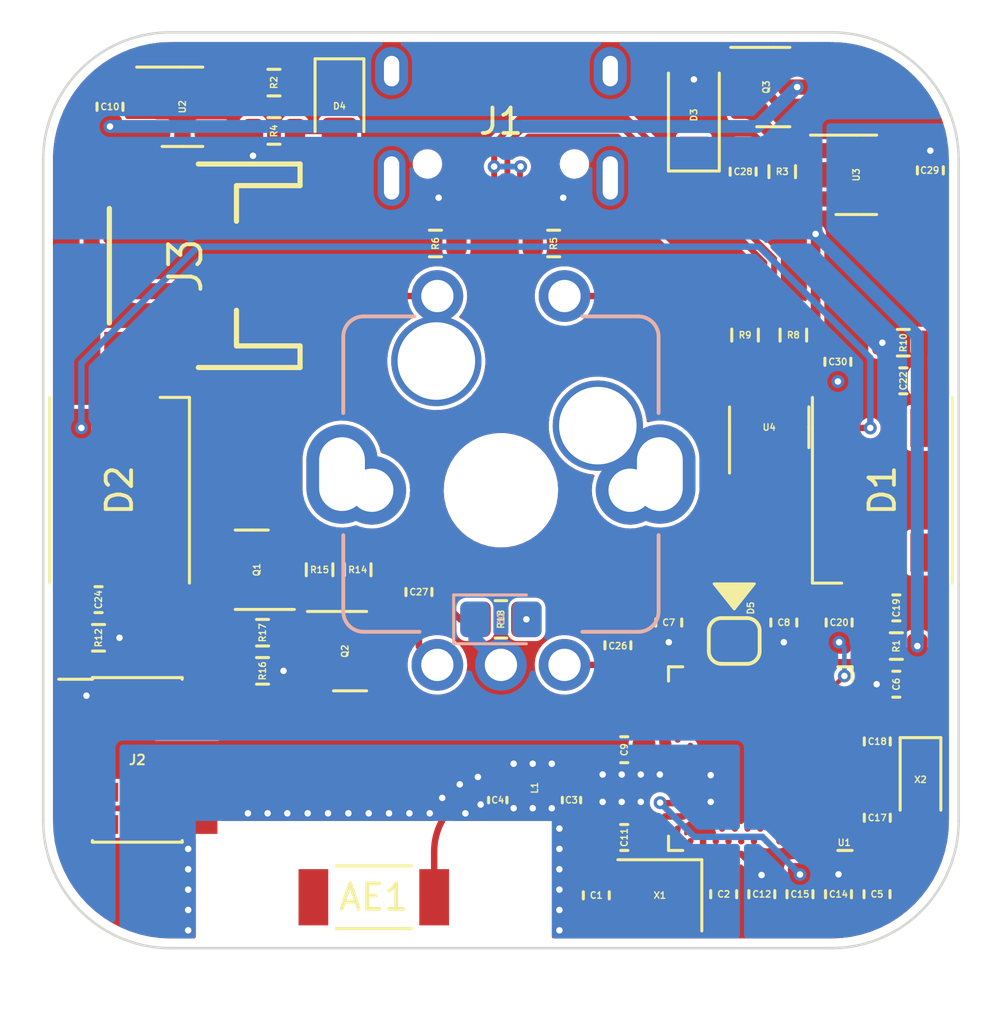
<source format=kicad_pcb>
(kicad_pcb (version 20211014) (generator pcbnew)
  (layers (0 "F.Cu" signal) (31 "B.Cu" signal) (34 "B.Paste" user) (35 "F.Paste" user) (36 "B.SilkS" user "B.Silkscreen") (37 "F.SilkS" user "F.Silkscreen") (38 "B.Mask" user) (39 "F.Mask" user) (44 "Edge.Cuts" user))
  (net 0 "")
  (net 1 "GND")
  (net 2 "Net-(C1-Pad2)")
  (net 3 "Net-(C2-Pad2)")
  (net 4 "/ANT")
  (net 5 "/DEC1")
  (net 6 "+3V3")
  (net 7 "/DEC5")
  (net 8 "/DEC3")
  (net 9 "/DEC4")
  (net 10 "/RESET")
  (net 11 "Net-(C17-Pad1)")
  (net 12 "VBUS")
  (net 13 "/DECUSB")
  (net 14 "E_A")
  (net 15 "E_B")
  (net 16 "ROW1")
  (net 17 "S2")
  (net 18 "Net-(C22-Pad1)")
  (net 19 "Net-(C18-Pad1)")
  (net 20 "Net-(C24-Pad1)")
  (net 21 "Net-(D1-Pad4)")
  (net 30 "Net-(D6-Pad2)")
  (net 36 "/SWDIO")
  (net 37 "/SWDCLK")
  (net 39 "/LED_3.3V")
  (net 41 "/RF")
  (net 42 "Net-(Q1-Pad1)")
  (net 43 "Net-(Q1-Pad3)")
  (net 44 "Net-(Q2-Pad1)")
  (net 45 "Net-(Q2-Pad3)")
  (net 47 "/BKLT")
  (net 48 "COL1")
  (net 49 "/LED_3V3")
  (net 51 "Net-(C19-Pad1)")
  (net 52 "Net-(J1-PadA5)")
  (net 53 "DBus+")
  (net 54 "DBus-")
  (net 56 "Net-(J1-PadB5)")
  (net 58 "Net-(R3-Pad2)")
  (net 59 "/DN")
  (net 60 "/DP")
  (net 62 "D-")
  (net 63 "D+")
  (net 67 "/DEC2")
  (net 98 "VBAT")
  (net 99 "Net-(C28-Pad1)")
  (net 100 "Net-(D4-Pad1)")
  (net 101 "Net-(D4-Pad2)")
  (net 102 "Net-(R2-Pad2)")
  (footprint "Crystal:Crystal_SMD_2012-2Pin_2.0x1.2mm_HandSoldering" (layer "F.Cu") (at 183.5 97.375 -90)
    (fp_text reference "X2")
    (fp_text value "32.768kHz")
  )
  (footprint "Package_DFN_QFN:Nordic_AQFN-73-1EP_7x7mm_P0.5mm" (layer "F.Cu") (at 177.2 96.55 180)
    (fp_text reference "U1")
    (fp_text value "nRF52840")
  )
  (footprint "Launchpad:2450AT42A100E" (layer "F.Cu") (at 162 102)
    (fp_text reference "AE1")
    (fp_text value "Antenna_Chip" hide)
  )
  (footprint "Capacitor_SMD:C_0603_1608Metric" (layer "F.Cu") (at 171.85 99.65 180)
    (fp_text reference "C11")
    (fp_text value "0.1nF")
  )
  (footprint "Resistor_SMD:R_0603_1608Metric" (layer "F.Cu") (at 159.8675 89.125 -90)
    (fp_text reference "R15")
    (fp_text value "10K")
  )
  (footprint "Launchpad:JSTPH2" (layer "F.Cu") (at 154.6 77.175 90)
    (fp_text reference "J3")
    (fp_text value "Conn_01x02" hide)
  )
  (footprint "acheron_Connectors:USB_C_Receptacle_Hroparts_TYPE-C-31-M-12" (layer "F.Cu") (at 167 75.2225 180)
    (fp_text reference "J1")
    (fp_text value "TYPE-C-31-M12")
  )
  (footprint "Resistor_SMD:R_0603_1608Metric" (layer "F.Cu") (at 161.3675 89.125 -90)
    (fp_text reference "R14")
    (fp_text value "100")
  )
  (footprint "Capacitor_SMD:C_0603_1608Metric" (layer "F.Cu") (at 181.79 101.88 -90)
    (fp_text reference "C5")
    (fp_text value "0.1uF")
  )
  (footprint "Resistor_SMD:R_0603_1608Metric" (layer "F.Cu") (at 169.075 76.3 180)
    (fp_text reference "R5")
    (fp_text value "5.1K")
  )
  (footprint "Capacitor_SMD:C_0603_1608Metric" (layer "F.Cu") (at 176.525 73.475 -90)
    (fp_text reference "C28")
    (fp_text value "10uF")
  )
  (footprint "Resistor_SMD:R_0603_1608Metric" (layer "F.Cu") (at 164.425 76.3)
    (fp_text reference "R6")
    (fp_text value "5.1K")
  )
  (footprint "Crystal:Crystal_SMD_2520-4Pin_2.5x2.0mm" (layer "F.Cu") (at 173.25 101.925 180)
    (fp_text reference "X1")
    (fp_text value "32MHz")
  )
  (footprint "Capacitor_SMD:C_0603_1608Metric" (layer "F.Cu") (at 151.175 90.3)
    (fp_text reference "C24")
    (fp_text value "0.1uF")
  )
  (footprint "Capacitor_SMD:C_0603_1608Metric" (layer "F.Cu") (at 182.55 93.625)
    (fp_text reference "C6")
    (fp_text value "4.7uF")
  )
  (footprint "Capacitor_SMD:C_0603_1608Metric" (layer "F.Cu") (at 163.775 90 -90)
    (fp_text reference "C27")
    (fp_text value "0.1uF")
  )
  (footprint "Capacitor_SMD:C_0603_1608Metric" (layer "F.Cu") (at 171.85 96.2 180)
    (fp_text reference "C9")
    (fp_text value "820pF")
  )
  (footprint "Capacitor_SMD:C_0603_1608Metric" (layer "F.Cu") (at 181.8 95.875 90)
    (fp_text reference "C18")
    (fp_text value "12pF")
  )
  (footprint "Capacitor_SMD:C_0603_1608Metric" (layer "F.Cu") (at 180.25 80.95 -90)
    (fp_text reference "C30")
    (fp_text value "0.1uF")
  )
  (footprint "Capacitor_SMD:C_0603_1608Metric" (layer "F.Cu") (at 182.55 90.625)
    (fp_text reference "C19")
    (fp_text value "4.7uF")
  )
  (footprint "Package_TO_SOT_SMD:SOT-23-5" (layer "F.Cu") (at 180.975 73.6)
    (fp_text reference "U3")
    (fp_text value "AP2112")
  )
  (footprint "Capacitor_SMD:C_0603_1608Metric" (layer "F.Cu") (at 151.625 70.925 90)
    (fp_text reference "C10")
    (fp_text value "10uF")
  )
  (footprint "Package_TO_SOT_SMD:SOT-23" (layer "F.Cu") (at 177.7125 70.15)
    (fp_text reference "Q3")
    (fp_text value "AO3401A")
  )
  (footprint "Inductor_SMD:L_0402_1005Metric" (layer "F.Cu") (at 168.325 97.7 180)
    (fp_text reference "L1")
    (fp_text value "4.7nH")
  )
  (footprint "Capacitor_SMD:C_0603_1608Metric" (layer "F.Cu") (at 178.125 91.2 90)
    (fp_text reference "C8")
    (fp_text value "0.1uF")
  )
  (footprint "Capacitor_SMD:C_0603_1608Metric" (layer "F.Cu") (at 173.6 91.2 90)
    (fp_text reference "C7")
    (fp_text value "0.1uF")
  )
  (footprint "Capacitor_SMD:C_0603_1608Metric" (layer "F.Cu") (at 181.8 98.875 -90)
    (fp_text reference "C17")
    (fp_text value "12pF")
  )
  (footprint "Launchpad:ALPS_EC11E" (layer "F.Cu") (at 167 85.365)
    (fp_text reference "SW2" hide)
    (fp_text value "RotaryEncoder_Switch")
  )
  (footprint "Package_TO_SOT_SMD:SOT-23" (layer "F.Cu") (at 161.0675 92.325)
    (fp_text reference "Q2")
    (fp_text value "AO3401A")
  )
  (footprint "Resistor_SMD:R_0805_2012Metric_Pad1.20x1.40mm_HandSolder" (layer "F.Cu") (at 167 91.075)
    (fp_text reference "R18")
    (fp_text value "1K")
  )
  (footprint "Resistor_SMD:R_0603_1608Metric" (layer "F.Cu") (at 182.825 80.2 180)
    (fp_text reference "R10")
    (fp_text value "5.1R")
  )
  (footprint "LED_SMD:LED_0805_2012Metric_Pad1.15x1.40mm_HandSolder" (layer "F.Cu") (at 160.65 70.9 -90)
    (fp_text reference "D4")
    (fp_text value "Orange")
  )
  (footprint "acheron_Components:D_SOD-123" (layer "F.Cu") (at 176.175 90.275 90)
    (fp_text reference "D5")
    (fp_text value "D_Small")
  )
  (footprint "LED_SMD:LED_SK6812_PLCC4_5.0x5.0mm_P3.2mm" (layer "F.Cu") (at 182 86 -90)
    (fp_text reference "D1")
    (fp_text value "SK6812")
  )
  (footprint "Package_TO_SOT_SMD:SOT-23" (layer "F.Cu") (at 157.2 89.125 180)
    (fp_text reference "Q1")
    (fp_text value "2N7002")
  )
  (footprint "Resistor_SMD:R_0603_1608Metric" (layer "F.Cu") (at 178.0625 73.475 -90)
    (fp_text reference "R3")
    (fp_text value "100K")
  )
  (footprint "Capacitor_SMD:C_0603_1608Metric" (layer "F.Cu") (at 175.76 101.88 90)
    (fp_text reference "C2")
    (fp_text value "12pF")
  )
  (footprint "Capacitor_SMD:C_0402_1005Metric" (layer "F.Cu") (at 166.875 98.18 -90)
    (fp_text reference "C4")
    (fp_text value "0.5pF")
  )
  (footprint "Diode_SMD:D_SOD-123F" (layer "F.Cu") (at 174.5875 71.25 90)
    (fp_text reference "D3")
    (fp_text value "D_Schottky_Small")
  )
  (footprint "Package_TO_SOT_SMD:SOT-23-5" (layer "F.Cu") (at 154.475 70.925)
    (fp_text reference "U2")
    (fp_text value "MCP73831-2-OT")
  )
  (footprint "Connector_PinHeader_1.27mm:PinHeader_2x05_P1.27mm_Vertical_SMD" (layer "F.Cu") (at 152.7 96.6)
    (fp_text reference "J2")
    (fp_text value "Conn_02x05_Odd_Even")
  )
  (footprint "Resistor_SMD:R_0603_1608Metric" (layer "F.Cu") (at 182.55 92.125 180)
    (fp_text reference "R1")
    (fp_text value "2.2")
  )
  (footprint "Capacitor_SMD:C_0603_1608Metric" (layer "F.Cu") (at 180.3 91.2 90)
    (fp_text reference "C20")
    (fp_text value "4.7uF")
  )
  (footprint "Resistor_SMD:R_0603_1608Metric" (layer "F.Cu") (at 157.625 93.1)
    (fp_text reference "R16")
    (fp_text value "10K")
  )
  (footprint "Capacitor_SMD:C_0603_1608Metric" (layer "F.Cu") (at 178.76 101.88 -90)
    (fp_text reference "C15")
    (fp_text value "1uF")
  )
  (footprint "Capacitor_SMD:C_0603_1608Metric" (layer "F.Cu") (at 183.8875 73.425 -90)
    (fp_text reference "C29")
    (fp_text value "1uF")
  )
  (footprint "Resistor_SMD:R_0603_1608Metric" (layer "F.Cu") (at 158.075 71.875 180)
    (fp_text reference "R4")
    (fp_text value "1K")
  )
  (footprint "LED_SMD:LED_SK6812_PLCC4_5.0x5.0mm_P3.2mm" (layer "F.Cu") (at 152 86 90)
    (fp_text reference "D2")
    (fp_text value "SK6812")
  )
  (footprint "Capacitor_SMD:C_0603_1608Metric" (layer "F.Cu") (at 177.26 101.88 -90)
    (fp_text reference "C12")
    (fp_text value "0.1uF")
  )
  (footprint "Capacitor_SMD:C_0603_1608Metric" (layer "F.Cu") (at 182.825 81.7 180)
    (fp_text reference "C22")
    (fp_text value "0.1uF")
  )
  (footprint "Capacitor_SMD:C_0402_1005Metric" (layer "F.Cu") (at 169.775 98.18 -90)
    (fp_text reference "C3")
    (fp_text value "0.8pF")
  )
  (footprint "Resistor_SMD:R_0603_1608Metric" (layer "F.Cu") (at 157.625 91.6 180)
    (fp_text reference "R17")
    (fp_text value "100")
  )
  (footprint "Resistor_SMD:R_0603_1608Metric" (layer "F.Cu") (at 151.175 91.8)
    (fp_text reference "R12")
    (fp_text value "5.1R")
  )
  (footprint "Package_TO_SOT_SMD:SOT-23-6" (layer "F.Cu") (at 177.55 83.525 90)
    (fp_text reference "U4")
    (fp_text value "USBLC6-2SC6")
  )
  (footprint "Capacitor_SMD:C_0603_1608Metric" (layer "F.Cu") (at 171.6 92.095 90)
    (fp_text reference "C26")
    (fp_text value "0.1uF")
  )
  (footprint "Resistor_SMD:R_0603_1608Metric" (layer "F.Cu") (at 158.075 69.975 180)
    (fp_text reference "R2")
    (fp_text value "10K")
  )
  (footprint "Resistor_SMD:R_0603_1608Metric" (layer "F.Cu") (at 176.6 79.9 90)
    (fp_text reference "R9")
    (fp_text value "22")
  )
  (footprint "Capacitor_SMD:C_0603_1608Metric" (layer "F.Cu") (at 170.75 101.925 -90)
    (fp_text reference "C1")
    (fp_text value "12pF")
  )
  (footprint "Capacitor_SMD:C_0603_1608Metric" (layer "F.Cu") (at 180.275 101.88 -90)
    (fp_text reference "C14")
    (fp_text value "1uF")
  )
  (footprint "Resistor_SMD:R_0603_1608Metric" (layer "F.Cu") (at 178.5 79.9 -90)
    (fp_text reference "R8")
    (fp_text value "22")
  )
  (footprint "LED_SMD:LED_0805_2012Metric_Pad1.15x1.40mm_HandSolder" (layer "B.Cu") (at 167 91.075)
    (fp_text reference "D6")
    (fp_text value "LED")
  )
  (gr_arc (start 180 68) (mid 183.535534 69.464466) (end 185 73) (layer "Edge.Cuts") (width 0.1))
  (gr_arc (start 149 73) (mid 150.464466 69.464466) (end 154 68) (layer "Edge.Cuts") (width 0.1))
  (gr_line (start 149 99) (end 149 73) (layer "Edge.Cuts") (width 0.1))
  (gr_arc (start 154 104) (mid 150.464466 102.535534) (end 149 99) (layer "Edge.Cuts") (width 0.1))
  (gr_line (start 185 99) (end 185 73) (layer "Edge.Cuts") (width 0.1))
  (gr_arc (start 185 99) (mid 183.535534 102.535534) (end 180 104) (layer "Edge.Cuts") (width 0.1))
  (gr_line (start 154 104) (end 180 104) (layer "Edge.Cuts") (width 0.1))
  (gr_line (start 154 68) (end 180 68) (layer "Edge.Cuts") (width 0.1))
  (via (at 159.4 98.7) (size 0.508) (drill 0.254) (layers "F.Cu" "B.Cu") (net 1))
  (via (at 171.75 97.175) (size 0.508) (drill 0.254) (layers "F.Cu" "B.Cu") (net 1))
  (via (at 169.3 103.3) (size 0.508) (drill 0.254) (layers "F.Cu" "B.Cu") (net 1))
  (via (at 167.5 98.5) (size 0.508) (drill 0.254) (layers "F.Cu" "B.Cu") (net 1))
  (via (at 173.25 97.175) (size 0.508) (drill 0.254) (layers "F.Cu" "B.Cu") (net 1))
  (via (at 157.05 98.7) (size 0.508) (drill 0.254) (layers "F.Cu" "B.Cu") (net 1))
  (via (at 162.6 98.7) (size 0.508) (drill 0.254) (layers "F.Cu" "B.Cu") (net 1))
  (via (at 165.60218 98.702461) (size 0.508) (drill 0.254) (layers "F.Cu" "B.Cu") (net 1))
  (via (at 163.4 98.7) (size 0.508) (drill 0.254) (layers "F.Cu" "B.Cu") (net 1))
  (via (at 160.2 98.7) (size 0.508) (drill 0.254) (layers "F.Cu" "B.Cu") (net 1))
  (via (at 169 96.75) (size 0.508) (drill 0.254) (layers "F.Cu" "B.Cu") (net 1))
  (via (at 171 97.175) (size 0.508) (drill 0.254) (layers "F.Cu" "B.Cu") (net 1))
  (via (at 166.200983 98.354116) (size 0.508) (drill 0.254) (layers "F.Cu" "B.Cu") (net 1))
  (via (at 169.3 101.7) (size 0.508) (drill 0.254) (layers "F.Cu" "B.Cu") (net 1))
  (via (at 154.7 100.9) (size 0.508) (drill 0.254) (layers "F.Cu" "B.Cu") (net 1))
  (via (at 154.7 100.1) (size 0.508) (drill 0.254) (layers "F.Cu" "B.Cu") (net 1))
  (via (at 169.3 102.5) (size 0.508) (drill 0.254) (layers "F.Cu" "B.Cu") (net 1))
  (via (at 172.5 97.175) (size 0.508) (drill 0.254) (layers "F.Cu" "B.Cu") (net 1))
  (via (at 161.8 98.7) (size 0.508) (drill 0.254) (layers "F.Cu" "B.Cu") (net 1))
  (via (at 166.092931 97.27132) (size 0.508) (drill 0.254) (layers "F.Cu" "B.Cu") (net 1))
  (via (at 161 98.7) (size 0.508) (drill 0.254) (layers "F.Cu" "B.Cu") (net 1))
  (via (at 168.25 98.5) (size 0.508) (drill 0.254) (layers "F.Cu" "B.Cu") (net 1))
  (via (at 172.5 98.25) (size 0.508) (drill 0.254) (layers "F.Cu" "B.Cu") (net 1))
  (via (at 157.825 98.7) (size 0.508) (drill 0.254) (layers "F.Cu" "B.Cu") (net 1))
  (via (at 164.692099 98.093535) (size 0.508) (drill 0.254) (layers "F.Cu" "B.Cu") (net 1))
  (via (at 169.3 100.9) (size 0.508) (drill 0.254) (layers "F.Cu" "B.Cu") (net 1))
  (via (at 154.7 101.7) (size 0.508) (drill 0.254) (layers "F.Cu" "B.Cu") (net 1))
  (via (at 168.25 96.75) (size 0.508) (drill 0.254) (layers "F.Cu" "B.Cu") (net 1))
  (via (at 154.7 103.3) (size 0.508) (drill 0.254) (layers "F.Cu" "B.Cu") (net 1))
  (via (at 165.379973 97.561841) (size 0.508) (drill 0.254) (layers "F.Cu" "B.Cu") (net 1))
  (via (at 169 98.5) (size 0.508) (drill 0.254) (layers "F.Cu" "B.Cu") (net 1))
  (via (at 175.25 97.2) (size 0.508) (drill 0.254) (layers "F.Cu" "B.Cu") (net 1))
  (via (at 171 98.25) (size 0.508) (drill 0.254) (layers "F.Cu" "B.Cu") (net 1))
  (via (at 175.25 98.25) (size 0.508) (drill 0.254) (layers "F.Cu" "B.Cu") (net 1))
  (via (at 169.3 100.1) (size 0.508) (drill 0.254) (layers "F.Cu" "B.Cu") (net 1))
  (via (at 154.7 102.5) (size 0.508) (drill 0.254) (layers "F.Cu" "B.Cu") (net 1))
  (via (at 169.3 99.3) (size 0.508) (drill 0.254) (layers "F.Cu" "B.Cu") (net 1))
  (via (at 171.75 98.25) (size 0.508) (drill 0.254) (layers "F.Cu" "B.Cu") (net 1))
  (via (at 164.2 98.7) (size 0.508) (drill 0.254) (layers "F.Cu" "B.Cu") (net 1))
  (via (at 158.6 98.7) (size 0.508) (drill 0.254) (layers "F.Cu" "B.Cu") (net 1))
  (via (at 167.5 96.75) (size 0.508) (drill 0.254) (layers "F.Cu" "B.Cu") (net 1))
  (segment (start 165.975 91.84) (end 167 92.865) (width 0.508) (layer "B.Cu") (net 1))
  (segment (start 165.975 91.075) (end 165.975 91.84) (width 0.508) (layer "B.Cu") (net 1))
  (segment (start 172.375 102.625) (end 172.435 102.625) (width 0.2032) (layer "F.Cu") (net 2))
  (segment (start 172.435 102.625) (end 173.25 101.81) (width 0.2032) (layer "F.Cu") (net 2))
  (segment (start 173.25 101.81) (end 173.25 100.4) (width 0.2032) (layer "F.Cu") (net 2))
  (segment (start 173.25 100.4) (end 173.95 99.7) (width 0.2032) (layer "F.Cu") (net 2))
  (segment (start 170.825 102.625) (end 170.75 102.7) (width 0.2032) (layer "F.Cu") (net 2))
  (segment (start 173.95 99.7) (end 173.95 99.3) (width 0.2032) (layer "F.Cu") (net 2))
  (segment (start 172.375 102.625) (end 170.825 102.625) (width 0.2032) (layer "F.Cu") (net 2))
  (segment (start 174.125 100.125) (end 174.125 101.225) (width 0.2032) (layer "F.Cu") (net 3))
  (segment (start 175.64 101.225) (end 174.125 101.225) (width 0.2032) (layer "F.Cu") (net 3))
  (segment (start 174.45 99.8) (end 174.125 100.125) (width 0.2032) (layer "F.Cu") (net 3))
  (segment (start 175.76 101.105) (end 175.64 101.225) (width 0.2032) (layer "F.Cu") (net 3))
  (segment (start 169.785 97.71) (end 169.775 97.7) (width 0.254) (layer "F.Cu") (net 4))
  (segment (start 169.775 97.7) (end 168.81 97.7) (width 0.254) (layer "F.Cu") (net 4))
  (segment (start 174.052896 97.71) (end 169.785 97.71) (width 0.254) (layer "F.Cu") (net 4))
  (segment (start 174.2528 97.6272) (end 174.266554 97.613446) (width 0.254) (layer "F.Cu") (net 4))
  (segment (start 174.439176 97.55) (end 174.419701 97.550002) (width 0.254) (layer "F.Cu") (net 4))
  (segment (start 174.45 97.55) (end 174.439176 97.55) (width 0.254) (layer "F.Cu") (net 4))
  (arc (start 174.266554 97.613446) (mid 174.336818 97.566494) (end 174.419701 97.550002) (width 0.254) (layer "F.Cu") (net 4))
  (arc (start 174.2528 97.6272) (mid 174.161118 97.688467) (end 174.052896 97.71) (width 0.254) (layer "F.Cu") (net 4))
  (segment (start 180.58 98.8) (end 180.45 98.8) (width 0.254) (layer "F.Cu") (net 5))
  (segment (start 181 100.35) (end 181 99.22) (width 0.254) (layer "F.Cu") (net 5))
  (segment (start 181 99.22) (end 180.58 98.8) (width 0.254) (layer "F.Cu") (net 5))
  (segment (start 181.8 101.15) (end 181 100.35) (width 0.254) (layer "F.Cu") (net 5))
  (segment (start 158.4925 93.275) (end 158.3675 93.15) (width 0.254) (layer "F.Cu") (net 6))
  (segment (start 176.455 100.3) (end 177.26 101.105) (width 0.254) (layer "F.Cu") (net 6))
  (segment (start 173.6 91.975) (end 174.45 92.825) (width 0.254) (layer "F.Cu") (net 6))
  (segment (start 174.95 99.8) (end 174.95 99.975) (width 0.254) (layer "F.Cu") (net 6))
  (segment (start 183.8875 72.65) (end 182.1125 72.65) (width 0.508) (layer "F.Cu") (net 6))
  (segment (start 180.45 99.3) (end 180.45 100.975) (width 0.254) (layer "F.Cu") (net 6))
  (segment (start 174.45 92.825) (end 174.45 93.3) (width 0.254) (layer "F.Cu") (net 6))
  (segment (start 160.13 93.275) (end 158.4925 93.275) (width 0.254) (layer "F.Cu") (net 6))
  (segment (start 180.45 94.8) (end 181.625 93.625) (width 0.254) (layer "F.Cu") (net 6))
  (segment (start 180.45 100.975) (end 180.275 101.15) (width 0.254) (layer "F.Cu") (net 6))
  (segment (start 176.95 93.15) (end 176.95 93.3) (width 0.254) (layer "F.Cu") (net 6))
  (segment (start 175.275 100.3) (end 176.455 100.3) (width 0.254) (layer "F.Cu") (net 6))
  (segment (start 174.95 99.975) (end 175.275 100.3) (width 0.254) (layer "F.Cu") (net 6))
  (segment (start 178.125 91.975) (end 176.95 93.15) (width 0.254) (layer "F.Cu") (net 6))
  (segment (start 181.625 93.625) (end 181.775 93.625) (width 0.254) (layer "F.Cu") (net 6))
  (via (at 178.125 91.975) (size 0.508) (drill 0.254) (layers "F.Cu" "B.Cu") (net 6))
  (via (at 152 91.8) (size 0.508) (drill 0.254) (layers "F.Cu" "B.Cu") (net 6))
  (via (at 183.8875 72.65) (size 0.508) (drill 0.254) (layers "F.Cu" "B.Cu") (net 6))
  (via (at 177.25 101.125) (size 0.508) (drill 0.254) (layers "F.Cu" "B.Cu") (net 6))
  (via (at 158.45 93.1) (size 0.508) (drill 0.254) (layers "F.Cu" "B.Cu") (net 6))
  (via (at 173.6 91.975) (size 0.508) (drill 0.254) (layers "F.Cu" "B.Cu") (net 6))
  (via (at 150.7 94.075) (size 0.508) (drill 0.254) (layers "F.Cu" "B.Cu") (net 6))
  (via (at 181.775 93.625) (size 0.508) (drill 0.254) (layers "F.Cu" "B.Cu") (net 6))
  (via (at 182 80.2) (size 0.508) (drill 0.254) (layers "F.Cu" "B.Cu") (net 6))
  (via (at 180.275 101.1) (size 0.508) (drill 0.254) (layers "F.Cu" "B.Cu") (net 6))
  (segment (start 172.625 96.3) (end 173.95 96.3) (width 0.254) (layer "F.Cu") (net 7))
  (segment (start 174.175 98.825) (end 173.45 98.825) (width 0.254) (layer "F.Cu") (net 8))
  (segment (start 174.45 98.55) (end 174.175 98.825) (width 0.254) (layer "F.Cu") (net 8))
  (segment (start 173.45 98.825) (end 172.625 99.65) (width 0.254) (layer "F.Cu") (net 8))
  (segment (start 173.28 98.3) (end 173.95 98.3) (width 0.254) (layer "F.Cu") (net 9))
  (segment (start 173.26 98.28) (end 173.28 98.3) (width 0.254) (layer "F.Cu") (net 9))
  (segment (start 179.2 100.665) (end 178.76 101.105) (width 0.254) (layer "F.Cu") (net 9))
  (segment (start 179.2 99.3) (end 179.2 100.665) (width 0.254) (layer "F.Cu") (net 9))
  (via (at 173.26 98.28) (size 0.508) (drill 0.254) (layers "F.Cu" "B.Cu") (net 9))
  (via (at 178.76 101.105) (size 0.508) (drill 0.254) (layers "F.Cu" "B.Cu") (net 9))
  (segment (start 173.26 98.28) (end 174.605 99.625) (width 0.254) (layer "B.Cu") (net 9))
  (segment (start 174.605 99.625) (end 177.28 99.625) (width 0.254) (layer "B.Cu") (net 9))
  (segment (start 177.28 99.625) (end 178.76 101.105) (width 0.254) (layer "B.Cu") (net 9))
  (segment (start 181.12 98.1) (end 181.8 98.1) (width 0.1397) (layer "F.Cu") (net 11))
  (segment (start 179.95 98.55) (end 180.04925 98.45075) (width 0.1397) (layer "F.Cu") (net 11))
  (segment (start 181.8 98.1) (end 182 98.3) (width 0.1524) (layer "F.Cu") (net 11))
  (segment (start 180.04925 98.45075) (end 180.76925 98.45075) (width 0.1397) (layer "F.Cu") (net 11))
  (segment (start 182 98.3) (end 183.5 98.3) (width 0.1524) (layer "F.Cu") (net 11))
  (segment (start 180.76925 98.45075) (end 181.12 98.1) (width 0.1397) (layer "F.Cu") (net 11))
  (segment (start 177.55 82.825) (end 177.55 82.3875) (width 0.381) (layer "F.Cu") (net 12))
  (segment (start 178.15 83.425) (end 177.55 82.825) (width 0.381) (layer "F.Cu") (net 12))
  (segment (start 179.775 81.725) (end 179.375 82.125) (width 0.381) (layer "F.Cu") (net 12))
  (segment (start 179.375 82.125) (end 179.375 82.65) (width 0.381) (layer "F.Cu") (net 12))
  (segment (start 179.025 83.425) (end 178.15 83.425) (width 0.381) (layer "F.Cu") (net 12))
  (segment (start 157.25 71.875) (end 155.6125 71.875) (width 0.508) (layer "F.Cu") (net 12))
  (segment (start 176.7 69.2) (end 175.2375 69.2) (width 0.508) (layer "F.Cu") (net 12))
  (segment (start 179.375 75.925) (end 179.375 82.65) (width 0.381) (layer "F.Cu") (net 12))
  (segment (start 180.25 81.725) (end 179.775 81.725) (width 0.381) (layer "F.Cu") (net 12))
  (segment (start 179.375 82.65) (end 179.375 83.075) (width 0.381) (layer "F.Cu") (net 12))
  (segment (start 175.2375 69.2) (end 174.5875 69.85) (width 0.508) (layer "F.Cu") (net 12))
  (segment (start 157.25 72.85) (end 157.25 71.875) (width 0.508) (layer "F.Cu") (net 12))
  (segment (start 179.375 83.075) (end 179.025 83.425) (width 0.381) (layer "F.Cu") (net 12))
  (via (at 174.5875 69.85) (size 0.508) (drill 0.254) (layers "F.Cu" "B.Cu") (net 12))
  (via (at 164.55 74.5) (size 0.508) (drill 0.254) (layers "F.Cu" "B.Cu") (net 12))
  (via (at 180.25 81.725) (size 0.508) (drill 0.254) (layers "F.Cu" "B.Cu") (net 12))
  (via (at 179.375 75.925) (size 0.508) (drill 0.254) (layers "F.Cu" "B.Cu") (net 12))
  (via (at 183.375 92.125) (size 0.508) (drill 0.254) (layers "F.Cu" "B.Cu") (net 12))
  (via (at 157.25 72.85) (size 0.508) (drill 0.254) (layers "F.Cu" "B.Cu") (net 12))
  (via (at 169.45 74.5) (size 0.508) (drill 0.254) (layers "F.Cu" "B.Cu") (net 12))
  (segment (start 183.375 79.925) (end 183.375 92.125) (width 0.508) (layer "B.Cu") (net 12))
  (segment (start 179.375 75.925) (end 183.375 79.925) (width 0.508) (layer "B.Cu") (net 12))
  (segment (start 180.13 93.67) (end 179.33 93.67) (width 0.1778) (layer "F.Cu") (net 13))
  (segment (start 179.33 93.67) (end 179.2 93.8) (width 0.1778) (layer "F.Cu") (net 13))
  (segment (start 180.5071 93.3) (end 180.5 93.3) (width 0.1778) (layer "F.Cu") (net 13))
  (segment (start 180.5 93.3) (end 180.13 93.67) (width 0.1778) (layer "F.Cu") (net 13))
  (via (at 180.3 91.975) (size 0.508) (drill 0.254) (layers "F.Cu" "B.Cu") (net 13))
  (via (at 180.5071 93.3) (size 0.508) (drill 0.254) (layers "F.Cu" "B.Cu") (net 13))
  (segment (start 180.5071 92.1821) (end 180.3 91.975) (width 0.1778) (layer "B.Cu") (net 13))
  (segment (start 180.5071 93.3) (end 180.5071 92.1821) (width 0.1778) (layer "B.Cu") (net 13))
  (segment (start 163.775 90.775) (end 163.775 92.14) (width 0.254) (layer "F.Cu") (net 14))
  (segment (start 163.775 92.14) (end 164.5 92.865) (width 0.254) (layer "F.Cu") (net 14))
  (segment (start 171.59 92.865) (end 171.6 92.875) (width 0.254) (layer "F.Cu") (net 15))
  (segment (start 169.5 92.865) (end 171.59 92.865) (width 0.254) (layer "F.Cu") (net 15))
  (segment (start 175.95 92.15) (end 176.175 91.925) (width 0.254) (layer "F.Cu") (net 16))
  (segment (start 175.95 93.3) (end 175.95 92.15) (width 0.254) (layer "F.Cu") (net 16))
  (segment (start 175.128 85.953) (end 176.175 87) (width 0.254) (layer "F.Cu") (net 17))
  (segment (start 175.128 82.698) (end 175.128 85.953) (width 0.254) (layer "F.Cu") (net 17))
  (segment (start 172.485 78.365) (end 169.5 78.365) (width 0.254) (layer "F.Cu") (net 17))
  (segment (start 175.128 82.698) (end 175.128 81.008) (width 0.254) (layer "F.Cu") (net 17))
  (segment (start 176.175 87) (end 176.175 88.625) (width 0.254) (layer "F.Cu") (net 17))
  (segment (start 175.128 81.008) (end 172.485 78.365) (width 0.254) (layer "F.Cu") (net 17))
  (segment (start 183.6 80.25) (end 183.65 80.2) (width 0.381) (layer "F.Cu") (net 18))
  (segment (start 183.6 83.55) (end 183.6 80.25) (width 0.381) (layer "F.Cu") (net 18))
  (segment (start 181.8 96.65) (end 182 96.45) (width 0.1524) (layer "F.Cu") (net 19))
  (segment (start 179.95 98.05) (end 180.05 98.15) (width 0.1397) (layer "F.Cu") (net 19))
  (segment (start 180.625 98.15) (end 180.97 97.805) (width 0.1397) (layer "F.Cu") (net 19))
  (segment (start 182 96.45) (end 183.5 96.45) (width 0.1524) (layer "F.Cu") (net 19))
  (segment (start 180.97 97.805) (end 180.97 97.48) (width 0.1397) (layer "F.Cu") (net 19))
  (segment (start 180.05 98.15) (end 180.625 98.15) (width 0.1397) (layer "F.Cu") (net 19))
  (segment (start 180.97 97.48) (end 181.8 96.65) (width 0.1397) (layer "F.Cu") (net 19))
  (segment (start 150.4 91.75) (end 150.4 88.45) (width 0.381) (layer "F.Cu") (net 20))
  (segment (start 150.35 91.8) (end 150.4 91.75) (width 0.381) (layer "F.Cu") (net 20))
  (segment (start 181.525 83.55) (end 180.4 83.55) (width 0.254) (layer "F.Cu") (net 21))
  (via (at 150.5 83.55) (size 0.508) (drill 0.254) (layers "F.Cu" "B.Cu") (net 21))
  (via (at 181.525 83.55) (size 0.508) (drill 0.254) (layers "F.Cu" "B.Cu") (net 21))
  (segment (start 150.5 81) (end 155.075 76.425) (width 0.254) (layer "B.Cu") (net 21))
  (segment (start 177.15 76.425) (end 181.525 80.8) (width 0.254) (layer "B.Cu") (net 21))
  (segment (start 181.525 80.8) (end 181.525 83.55) (width 0.254) (layer "B.Cu") (net 21))
  (segment (start 150.5 83.55) (end 150.5 81) (width 0.254) (layer "B.Cu") (net 21))
  (segment (start 155.075 76.425) (end 177.15 76.425) (width 0.254) (layer "B.Cu") (net 21))
  (via (at 168 91.075) (size 0.508) (drill 0.254) (layers "F.Cu" "B.Cu") (net 30))
  (segment (start 172.68 93.8) (end 172.02 94.46) (width 0.254) (layer "F.Cu") (net 36))
  (segment (start 173.95 93.8) (end 172.68 93.8) (width 0.254) (layer "F.Cu") (net 36))
  (segment (start 156.16 94.06) (end 154.65 94.06) (width 0.254) (layer "F.Cu") (net 36))
  (segment (start 172.02 94.46) (end 156.56 94.46) (width 0.254) (layer "F.Cu") (net 36))
  (segment (start 156.56 94.46) (end 156.16 94.06) (width 0.254) (layer "F.Cu") (net 36))
  (segment (start 173.95 94.3) (end 172.86 94.3) (width 0.254) (layer "F.Cu") (net 37))
  (segment (start 172.86 94.3) (end 172.22 94.94) (width 0.254) (layer "F.Cu") (net 37))
  (segment (start 172.22 94.94) (end 156.56 94.94) (width 0.254) (layer "F.Cu") (net 37))
  (segment (start 156.56 94.94) (end 156.17 95.33) (width 0.254) (layer "F.Cu") (net 37))
  (segment (start 156.17 95.33) (end 154.65 95.33) (width 0.254) (layer "F.Cu") (net 37))
  (segment (start 166.875 97.7) (end 167.84 97.7) (width 0.254) (layer "F.Cu") (net 41))
  (segment (start 164.3749 100.200095) (end 164.3749 102) (width 0.254) (layer "F.Cu") (net 41))
  (arc (start 166.875 97.7) (mid 165.107161 98.432261) (end 164.3749 100.200095) (width 0.254) (layer "F.Cu") (net 41))
  (segment (start 161.3675 89.95) (end 159.8675 89.95) (width 0.254) (layer "F.Cu") (net 42))
  (segment (start 159.8675 89.95) (end 158.23 89.95) (width 0.254) (layer "F.Cu") (net 42))
  (segment (start 158.23 89.95) (end 158.105 90.075) (width 0.254) (layer "F.Cu") (net 42))
  (segment (start 156.23 90.8625) (end 156.23 89.125) (width 0.254) (layer "F.Cu") (net 43))
  (segment (start 156.75 91.3825) (end 156.75 93.1) (width 0.254) (layer "F.Cu") (net 43))
  (segment (start 156.23 90.8625) (end 156.75 91.3825) (width 0.254) (layer "F.Cu") (net 43))
  (segment (start 156.8675 91.5) (end 156.23 90.8625) (width 0.254) (layer "F.Cu") (net 43))
  (segment (start 160.13 91.375) (end 158.675 91.375) (width 0.254) (layer "F.Cu") (net 44))
  (segment (start 158.675 91.375) (end 158.45 91.6) (width 0.254) (layer "F.Cu") (net 44))
  (segment (start 162.31 92.325) (end 162.31 90.54) (width 0.254) (layer "F.Cu") (net 45))
  (segment (start 162.85 90) (end 164.325 90) (width 0.254) (layer "F.Cu") (net 45))
  (segment (start 165.4 91.075) (end 166 91.075) (width 0.254) (layer "F.Cu") (net 45))
  (segment (start 164.325 90) (end 165.4 91.075) (width 0.254) (layer "F.Cu") (net 45))
  (segment (start 162.31 90.54) (end 162.85 90) (width 0.254) (layer "F.Cu") (net 45))
  (segment (start 174.575 90.1) (end 173.95 89.475) (width 0.254) (layer "F.Cu") (net 47))
  (segment (start 173.95 89.475) (end 165.300132 89.475) (width 0.254) (layer "F.Cu") (net 47))
  (segment (start 164.125132 88.3) (end 161.3675 88.3) (width 0.254) (layer "F.Cu") (net 47))
  (segment (start 174.575 92.3) (end 174.575 90.1) (width 0.254) (layer "F.Cu") (net 47))
  (segment (start 174.95 93.3) (end 174.95 92.675) (width 0.254) (layer "F.Cu") (net 47))
  (segment (start 165.300132 89.475) (end 164.125132 88.3) (width 0.254) (layer "F.Cu") (net 47))
  (segment (start 174.95 92.675) (end 174.575 92.3) (width 0.254) (layer "F.Cu") (net 47))
  (segment (start 175.45 93.3) (end 175.45 92.55) (width 0.254) (layer "F.Cu") (net 48))
  (segment (start 160.904 80.096) (end 162.635 78.365) (width 0.254) (layer "F.Cu") (net 48))
  (segment (start 175.05 92.15) (end 175.05 89.9) (width 0.254) (layer "F.Cu") (net 48))
  (segment (start 162.635 78.365) (end 164.5 78.365) (width 0.254) (layer "F.Cu") (net 48))
  (segment (start 164.075 87.55) (end 164.075 84.091) (width 0.254) (layer "F.Cu") (net 48))
  (segment (start 175.05 89.9) (end 174.125 88.975) (width 0.254) (layer "F.Cu") (net 48))
  (segment (start 175.45 92.55) (end 175.05 92.15) (width 0.254) (layer "F.Cu") (net 48))
  (segment (start 160.904 80.92) (end 160.904 80.096) (width 0.254) (layer "F.Cu") (net 48))
  (segment (start 174.125 88.975) (end 165.5 88.975) (width 0.254) (layer "F.Cu") (net 48))
  (segment (start 165.5 88.975) (end 164.075 87.55) (width 0.254) (layer "F.Cu") (net 48))
  (segment (start 164.075 84.091) (end 160.904 80.92) (width 0.254) (layer "F.Cu") (net 48))
  (segment (start 179.95 93.04) (end 179.95 93.3) (width 0.254) (layer "F.Cu") (net 51))
  (segment (start 181.09 92.76) (end 180.23 92.76) (width 0.254) (layer "F.Cu") (net 51))
  (segment (start 179.95 94.55) (end 180.075 94.55) (width 0.254) (layer "F.Cu") (net 51))
  (segment (start 181.295 92.555) (end 181.725 92.125) (width 0.254) (layer "F.Cu") (net 51))
  (segment (start 180.23 92.76) (end 179.95 93.04) (width 0.254) (layer "F.Cu") (net 51))
  (segment (start 180.075 94.55) (end 181.04 93.585) (width 0.254) (layer "F.Cu") (net 51))
  (segment (start 181.04 92.81) (end 181.295 92.555) (width 0.254) (layer "F.Cu") (net 51))
  (segment (start 181.295 92.555) (end 181.09 92.76) (width 0.254) (layer "F.Cu") (net 51))
  (segment (start 181.725 92.125) (end 181.725 90.675) (width 0.254) (layer "F.Cu") (net 51))
  (segment (start 181.04 93.585) (end 181.04 92.81) (width 0.254) (layer "F.Cu") (net 51))
  (segment (start 168.25 74.4975) (end 168.25 76.3) (width 0.254) (layer "F.Cu") (net 52))
  (segment (start 177.3595 77.053908) (end 176.546092 76.2405) (width 0.2286) (layer "F.Cu") (net 53))
  (segment (start 167.254 75.496) (end 167.1 75.65) (width 0.2286) (layer "F.Cu") (net 53))
  (segment (start 176.546092 76.2405) (end 173.7405 76.2405) (width 0.2286) (layer "F.Cu") (net 53))
  (segment (start 166.39 75.65) (end 166.25 75.51) (width 0.2286) (layer "F.Cu") (net 53))
  (segment (start 172.5595 75.0595) (end 172.5595 72.5345) (width 0.2286) (layer "F.Cu") (net 53))
  (segment (start 167.1 75.65) (end 166.39 75.65) (width 0.2286) (layer "F.Cu") (net 53))
  (segment (start 172.5595 72.5345) (end 171.7405 71.7155) (width 0.2286) (layer "F.Cu") (net 53))
  (segment (start 167.254 74.4975) (end 167.254 75.496) (width 0.2286) (layer "F.Cu") (net 53))
  (segment (start 176.6 79.075) (end 177.3595 78.3155) (width 0.2286) (layer "F.Cu") (net 53))
  (segment (start 177.3595 78.3155) (end 177.3595 77.053908) (width 0.2286) (layer "F.Cu") (net 53))
  (segment (start 173.7405 76.2405) (end 172.5595 75.0595) (width 0.2286) (layer "F.Cu") (net 53))
  (segment (start 167.2543 72.390108) (end 167.2543 74.4972) (width 0.2286) (layer "F.Cu") (net 53))
  (segment (start 167.928908 71.7155) (end 167.2543 72.390108) (width 0.2286) (layer "F.Cu") (net 53))
  (segment (start 167.2543 74.4972) (end 167.254 74.4975) (width 0.2286) (layer "F.Cu") (net 53))
  (segment (start 166.25 75.51) (end 166.25 74.4975) (width 0.2286) (layer "F.Cu") (net 53))
  (segment (start 171.7405 71.7155) (end 167.928908 71.7155) (width 0.2286) (layer "F.Cu") (net 53))
  (segment (start 167.771092 71.3345) (end 166.7338 72.371792) (width 0.2286) (layer "F.Cu") (net 54))
  (segment (start 177.7405 78.3155) (end 177.7405 76.896092) (width 0.2286) (layer "F.Cu") (net 54))
  (segment (start 167.75 73.3) (end 167.75 74.4975) (width 0.2286) (layer "F.Cu") (net 54))
  (segment (start 173.9345 75.8595) (end 172.9405 74.8655) (width 0.2286) (layer "F.Cu") (net 54))
  (segment (start 166.7338 72.7838) (end 166.7338 73.275) (width 0.2286) (layer "F.Cu") (net 54))
  (segment (start 166.7338 74.4813) (end 166.75 74.4975) (width 0.2286) (layer "F.Cu") (net 54))
  (segment (start 176.703908 75.8595) (end 173.9345 75.8595) (width 0.2286) (layer "F.Cu") (net 54))
  (segment (start 178.5 79.075) (end 177.7405 78.3155) (width 0.2286) (layer "F.Cu") (net 54))
  (segment (start 171.9095 71.3345) (end 167.771092 71.3345) (width 0.2286) (layer "F.Cu") (net 54))
  (segment (start 167.775 73.275) (end 167.75 73.3) (width 0.2286) (layer "F.Cu") (net 54))
  (segment (start 172.9405 74.8655) (end 172.9405 72.3655) (width 0.2286) (layer "F.Cu") (net 54))
  (segment (start 172.9405 72.3655) (end 171.9095 71.3345) (width 0.2286) (layer "F.Cu") (net 54))
  (segment (start 177.7405 76.896092) (end 176.703908 75.8595) (width 0.2286) (layer "F.Cu") (net 54))
  (segment (start 166.7338 72.371792) (end 166.7338 72.7838) (width 0.2286) (layer "F.Cu") (net 54))
  (segment (start 166.7338 72.7838) (end 166.7338 74.4813) (width 0.2286) (layer "F.Cu") (net 54))
  (via (at 166.7338 73.275) (size 0.508) (drill 0.254) (layers "F.Cu" "B.Cu") (net 54))
  (via (at 167.775 73.275) (size 0.508) (drill 0.254) (layers "F.Cu" "B.Cu") (net 54))
  (segment (start 166.7338 73.275) (end 167.775 73.275) (width 0.2286) (layer "B.Cu") (net 54))
  (segment (start 165.25 74.4975) (end 165.25 76.3) (width 0.254) (layer "F.Cu") (net 56))
  (segment (start 179.0325 74.55) (end 179.8375 74.55) (width 0.3048) (layer "F.Cu") (net 58))
  (segment (start 178.7825 74.3) (end 179.0325 74.55) (width 0.3048) (layer "F.Cu") (net 58))
  (segment (start 178.0625 74.3) (end 178.7825 74.3) (width 0.3048) (layer "F.Cu") (net 58))
  (segment (start 178.5 82.3875) (end 178.5 80.725) (width 0.2286) (layer "F.Cu") (net 59))
  (segment (start 176.6 82.3875) (end 176.6 80.725) (width 0.2286) (layer "F.Cu") (net 60))
  (segment (start 178.5 85.625) (end 178.5 84.6625) (width 0.2286) (layer "F.Cu") (net 62))
  (segment (start 177.725 87.075) (end 177.725 86.4) (width 0.2286) (layer "F.Cu") (net 62))
  (segment (start 179.3905 88.7405) (end 177.725 87.075) (width 0.2286) (layer "F.Cu") (net 62))
  (segment (start 177.725 86.4) (end 178.5 85.625) (width 0.2286) (layer "F.Cu") (net 62))
  (segment (start 179.45 93.3) (end 179.3905 93.2405) (width 0.2286) (layer "F.Cu") (net 62))
  (segment (start 179.3905 93.2405) (end 179.3905 88.7405) (width 0.2286) (layer "F.Cu") (net 62))
  (segment (start 179.0095 93.2405) (end 179.0095 88.9095) (width 0.2286) (layer "F.Cu") (net 63))
  (segment (start 179.0095 88.9095) (end 177.325 87.225) (width 0.2286) (layer "F.Cu") (net 63))
  (segment (start 178.95 93.3) (end 179.0095 93.2405) (width 0.2286) (layer "F.Cu") (net 63))
  (segment (start 177.325 87.225) (end 177.325 86.4) (width 0.2286) (layer "F.Cu") (net 63))
  (segment (start 177.325 86.4) (end 176.6 85.675) (width 0.2286) (layer "F.Cu") (net 63))
  (segment (start 176.6 85.675) (end 176.6 84.6625) (width 0.2286) (layer "F.Cu") (net 63))
  (segment (start 151.5602 71.875) (end 153.3375 71.875) (width 0.635) (layer "F.Cu") (net 98))
  (segment (start 150.9 72.5352) (end 151.5602 71.875) (width 0.635) (layer "F.Cu") (net 98))
  (segment (start 152.675 78.175) (end 150.9 76.4) (width 0.635) (layer "F.Cu") (net 98))
  (segment (start 156.325 78.175) (end 152.675 78.175) (width 0.635) (layer "F.Cu") (net 98))
  (segment (start 150.9 76.4) (end 150.9 72.5352) (width 0.635) (layer "F.Cu") (net 98))
  (via (at 178.65 70.15) (size 0.508) (drill 0.254) (layers "F.Cu" "B.Cu") (net 98))
  (via (at 151.625 71.7) (size 0.508) (drill 0.254) (layers "F.Cu" "B.Cu") (net 98))
  (segment (start 151.625 71.7) (end 177.1 71.7) (width 0.508) (layer "B.Cu") (net 98))
  (segment (start 177.1 71.7) (end 178.65 70.15) (width 0.508) (layer "B.Cu") (net 98))
  (segment (start 177.25 72.65) (end 174.5875 72.65) (width 0.508) (layer "F.Cu") (net 99))
  (segment (start 176.85 71.175) (end 176.775 71.175) (width 0.508) (layer "F.Cu") (net 99))
  (segment (start 178.0625 72.3875) (end 176.85 71.175) (width 0.508) (layer "F.Cu") (net 99))
  (segment (start 178.0625 72.65) (end 178.0625 72.3875) (width 0.508) (layer "F.Cu") (net 99))
  (segment (start 179.8375 72.65) (end 178.0625 72.65) (width 0.508) (layer "F.Cu") (net 99))
  (segment (start 178.0625 72.65) (end 177.25 72.65) (width 0.508) (layer "F.Cu") (net 99))
  (segment (start 154.3875 68.925) (end 153.3375 69.975) (width 0.254) (layer "F.Cu") (net 100))
  (segment (start 159.7 68.925) (end 154.3875 68.925) (width 0.254) (layer "F.Cu") (net 100))
  (segment (start 160.65 69.875) (end 159.7 68.925) (width 0.254) (layer "F.Cu") (net 100))
  (segment (start 160.6 71.875) (end 160.65 71.925) (width 0.254) (layer "F.Cu") (net 101))
  (segment (start 158.9 71.875) (end 160.6 71.875) (width 0.254) (layer "F.Cu") (net 101))
  (segment (start 157.25 69.975) (end 155.6125 69.975) (width 0.254) (layer "F.Cu") (net 102))
  (zone (net 1) (net_name "GND") (layer "F.Cu") (connect_pads yes (clearance 0)) (min_thickness 0.127) (fill yes (thermal_gap 0.508) (thermal_bridge_width 0.508))
    (polygon (pts (xy 186 105) (xy 148 105) (xy 148 67) (xy 186 67)))
  )
  (zone (net 0) (net_name "") (layers F&B.Cu) (connect_pads yes (clearance 0)) (min_thickness 0.127)
    (keepout (tracks allowed) (vias allowed) (pads allowed) (copperpour not_allowed) (footprints allowed))
    (fill (thermal_gap 0.508) (thermal_bridge_width 0.508))
    (polygon (pts (xy 169 105) (xy 155 105) (xy 155 99) (xy 169 99)))
  )
  (zone (net 1) (net_name "GND") (layer "B.Cu") (priority 3) (connect_pads yes (clearance 0)) (min_thickness 0.254) (fill yes (thermal_gap 0.508) (thermal_bridge_width 0.508))
    (polygon (pts (xy 176.4 104) (xy 169 104) (xy 152 104) (xy 152 96) (xy 176.4 96)))
  )
  (zone (net 6) (net_name "+3V3") (layer "B.Cu") (priority 1) (connect_pads yes (clearance 0)) (min_thickness 0.254) (fill yes (thermal_gap 0.508) (thermal_bridge_width 0.508))
    (polygon (pts (xy 186.4 71.575) (xy 186.4 105.9) (xy 147.3 105.9) (xy 147.3 76.3) (xy 179.79938 76.29612) (xy 179.8 71.575)))
  )
  (zone (net 12) (net_name "VBUS") (layer "B.Cu") (connect_pads yes (clearance 0)) (min_thickness 0.1524) (fill yes (thermal_gap 0.508) (thermal_bridge_width 0.508))
    (polygon (pts (xy 186.1 105.1) (xy 147.9 105.1) (xy 147.9 66.9) (xy 186.1 66.9)))
  )
)
</source>
